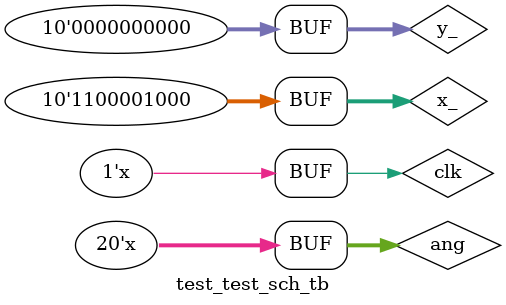
<source format=v>

`timescale 1ns / 1ps

module test_test_sch_tb();

// Inputs
   reg [9:0] x_;
   reg [9:0] y_;
   reg [19:0] ang;
	reg clk;

// Output
   wire pw_M;
	wire [9:0]t;
   wire [9:0]s;
// Bidirs

// Instantiate the UUT
   test UUT (
	.clk(clk),
		.x_(x_), 
		.y_(y_), 
		.ang(ang), 
		.pw_M(pw_M),
		.t(t),
		.s(s)
   );
// Initialize Inputs
   
       initial begin
		 clk=0;
		x_ = 1800;
		y_ = 0;
		ang = 0;
end 

always #10240 ang = ang + 1024;

always #1 clk=~clk;




endmodule

</source>
